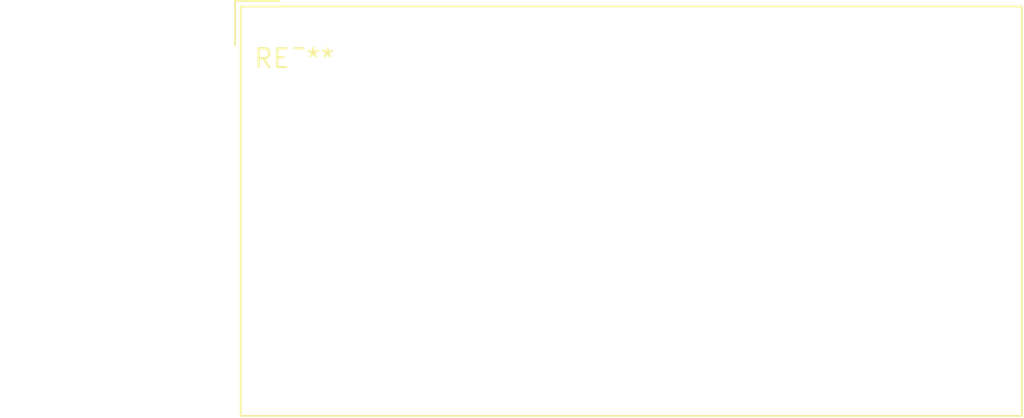
<source format=kicad_pcb>
(kicad_pcb (version 20240108) (generator pcbnew)
  (layers (0 "F.Cu" signal) (31 "B.Cu" signal) (34 "B.Paste" user) (35 "F.Paste" user) (36 "B.SilkS" user "B.Silkscreen") (37 "F.SilkS" user "F.Silkscreen") (38 "B.Mask" user) (39 "F.Mask" user) (44 "Edge.Cuts" user))
  (net 0 "")
  (footprint "Converter_ACDC_Recom_RAC20-xxDK_THT" (layer "F.Cu") (at 0 0)
    (property "Reference" "REF**")
    (property "Value" "Converter_ACDC_Recom_RAC20-xxDK_THT")
    (fp_line (start -4 -3.89) (end -1 -3.89) (layer "F.SilkS") (stroke (width 0.12)))
    (fp_line (start -4 -0.89) (end -4 -3.89) (layer "F.SilkS") (stroke (width 0.12)))
    (fp_line (start -3.62 -3.51) (end -3.62 24.13) (layer "F.SilkS") (stroke (width 0.12)))
    (fp_line (start -3.62 -3.51) (end 49.12 -3.51) (layer "F.SilkS") (stroke (width 0.12)))
    (fp_line (start -3.62 24.13) (end 49.12 24.13) (layer "F.SilkS") (stroke (width 0.12)))
    (fp_line (start 49.12 -3.51) (end 49.12 24.13) (layer "F.SilkS") (stroke (width 0.12)))
    (pad "1" thru_hole rect (at 0 0) (size 2.4 2.4) (drill 1.3) (layers *.Cu *.Mask) (remove_unused_layers))
    (pad "2" thru_hole circle (at 0 20.32) (size 2.4 2.4) (drill 1.3) (layers *.Cu *.Mask) (remove_unused_layers))
    (pad "3" thru_hole circle (at 45.72 20.32) (size 2.4 2.4) (drill 1.3) (layers *.Cu *.Mask) (remove_unused_layers))
    (pad "4" thru_hole circle (at 45.72 10.16) (size 2.4 2.4) (drill 1.3) (layers *.Cu *.Mask) (remove_unused_layers))
    (pad "5" thru_hole circle (at 45.72 0) (size 2.4 2.4) (drill 1.3) (layers *.Cu *.Mask) (remove_unused_layers))
  )
)
</source>
